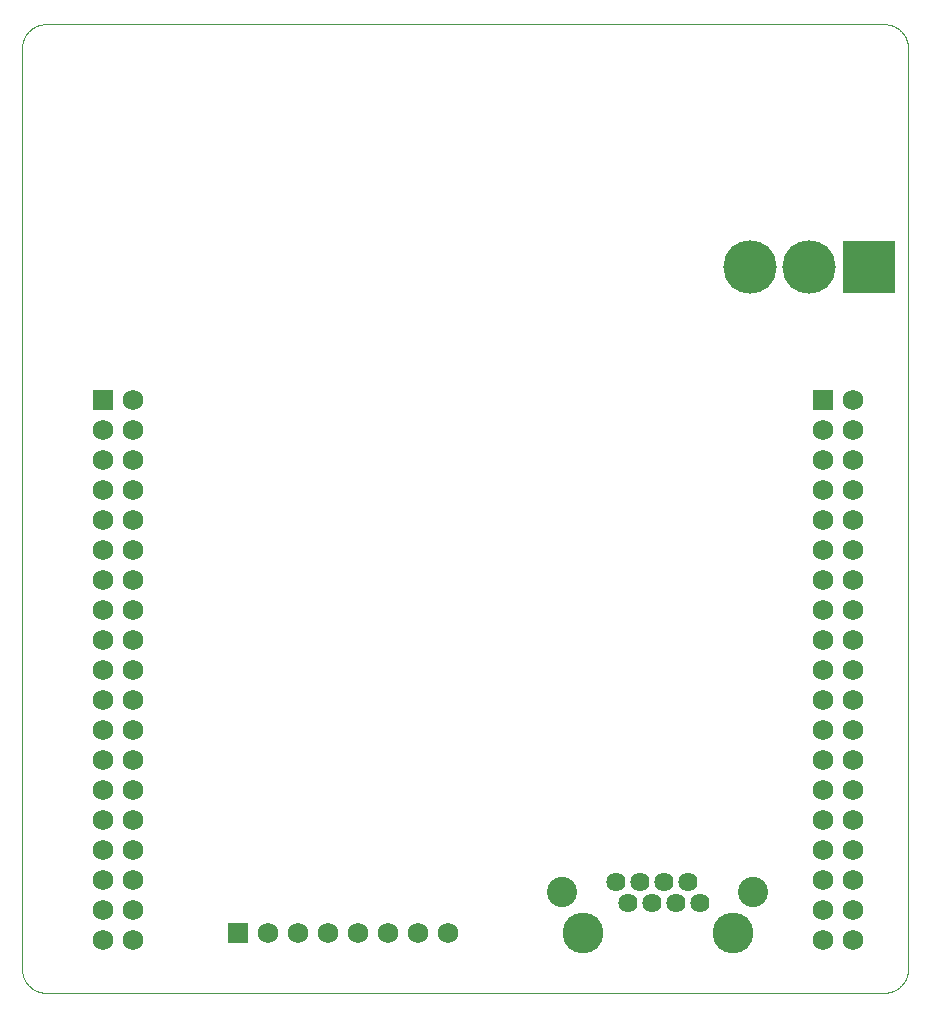
<source format=gts>
G04 EAGLE Gerber RS-274X export*
G75*
%MOMM*%
%FSLAX34Y34*%
%LPD*%
%INSolder Mask top*%
%IPPOS*%
%AMOC8*
5,1,8,0,0,1.08239X$1,22.5*%
G01*
%ADD10C,0.000000*%
%ADD11C,1.733200*%
%ADD12R,1.733200X1.733200*%
%ADD13C,3.454400*%
%ADD14C,1.625600*%
%ADD15C,2.565400*%
%ADD16R,4.519200X4.519200*%
%ADD17C,4.519200*%


D10*
X-30000Y800000D02*
X-30000Y20000D01*
X-29994Y19517D01*
X-29977Y19034D01*
X-29947Y18551D01*
X-29907Y18070D01*
X-29854Y17589D01*
X-29790Y17110D01*
X-29715Y16633D01*
X-29627Y16157D01*
X-29529Y15684D01*
X-29419Y15214D01*
X-29298Y14746D01*
X-29165Y14281D01*
X-29021Y13820D01*
X-28866Y13362D01*
X-28700Y12908D01*
X-28523Y12458D01*
X-28336Y12013D01*
X-28137Y11572D01*
X-27929Y11136D01*
X-27709Y10706D01*
X-27479Y10280D01*
X-27239Y9861D01*
X-26989Y9447D01*
X-26729Y9040D01*
X-26460Y8639D01*
X-26180Y8244D01*
X-25892Y7857D01*
X-25593Y7476D01*
X-25286Y7103D01*
X-24970Y6738D01*
X-24645Y6380D01*
X-24312Y6030D01*
X-23970Y5688D01*
X-23620Y5355D01*
X-23262Y5030D01*
X-22897Y4714D01*
X-22524Y4407D01*
X-22143Y4108D01*
X-21756Y3820D01*
X-21361Y3540D01*
X-20960Y3271D01*
X-20553Y3011D01*
X-20139Y2761D01*
X-19720Y2521D01*
X-19294Y2291D01*
X-18864Y2071D01*
X-18428Y1863D01*
X-17987Y1664D01*
X-17542Y1477D01*
X-17092Y1300D01*
X-16638Y1134D01*
X-16180Y979D01*
X-15719Y835D01*
X-15254Y702D01*
X-14786Y581D01*
X-14316Y471D01*
X-13843Y373D01*
X-13367Y285D01*
X-12890Y210D01*
X-12411Y146D01*
X-11930Y93D01*
X-11449Y53D01*
X-10966Y23D01*
X-10483Y6D01*
X-10000Y0D01*
X700000Y0D01*
X700483Y6D01*
X700966Y23D01*
X701449Y53D01*
X701930Y93D01*
X702411Y146D01*
X702890Y210D01*
X703367Y285D01*
X703843Y373D01*
X704316Y471D01*
X704786Y581D01*
X705254Y702D01*
X705719Y835D01*
X706180Y979D01*
X706638Y1134D01*
X707092Y1300D01*
X707542Y1477D01*
X707987Y1664D01*
X708428Y1863D01*
X708864Y2071D01*
X709294Y2291D01*
X709720Y2521D01*
X710139Y2761D01*
X710553Y3011D01*
X710960Y3271D01*
X711361Y3540D01*
X711756Y3820D01*
X712143Y4108D01*
X712524Y4407D01*
X712897Y4714D01*
X713262Y5030D01*
X713620Y5355D01*
X713970Y5688D01*
X714312Y6030D01*
X714645Y6380D01*
X714970Y6738D01*
X715286Y7103D01*
X715593Y7476D01*
X715892Y7857D01*
X716180Y8244D01*
X716460Y8639D01*
X716729Y9040D01*
X716989Y9447D01*
X717239Y9861D01*
X717479Y10280D01*
X717709Y10706D01*
X717929Y11136D01*
X718137Y11572D01*
X718336Y12013D01*
X718523Y12458D01*
X718700Y12908D01*
X718866Y13362D01*
X719021Y13820D01*
X719165Y14281D01*
X719298Y14746D01*
X719419Y15214D01*
X719529Y15684D01*
X719627Y16157D01*
X719715Y16633D01*
X719790Y17110D01*
X719854Y17589D01*
X719907Y18070D01*
X719947Y18551D01*
X719977Y19034D01*
X719994Y19517D01*
X720000Y20000D01*
X720000Y800000D01*
X719994Y800483D01*
X719977Y800966D01*
X719947Y801449D01*
X719907Y801930D01*
X719854Y802411D01*
X719790Y802890D01*
X719715Y803367D01*
X719627Y803843D01*
X719529Y804316D01*
X719419Y804786D01*
X719298Y805254D01*
X719165Y805719D01*
X719021Y806180D01*
X718866Y806638D01*
X718700Y807092D01*
X718523Y807542D01*
X718336Y807987D01*
X718137Y808428D01*
X717929Y808864D01*
X717709Y809294D01*
X717479Y809720D01*
X717239Y810139D01*
X716989Y810553D01*
X716729Y810960D01*
X716460Y811361D01*
X716180Y811756D01*
X715892Y812143D01*
X715593Y812524D01*
X715286Y812897D01*
X714970Y813262D01*
X714645Y813620D01*
X714312Y813970D01*
X713970Y814312D01*
X713620Y814645D01*
X713262Y814970D01*
X712897Y815286D01*
X712524Y815593D01*
X712143Y815892D01*
X711756Y816180D01*
X711361Y816460D01*
X710960Y816729D01*
X710553Y816989D01*
X710139Y817239D01*
X709720Y817479D01*
X709294Y817709D01*
X708864Y817929D01*
X708428Y818137D01*
X707987Y818336D01*
X707542Y818523D01*
X707092Y818700D01*
X706638Y818866D01*
X706180Y819021D01*
X705719Y819165D01*
X705254Y819298D01*
X704786Y819419D01*
X704316Y819529D01*
X703843Y819627D01*
X703367Y819715D01*
X702890Y819790D01*
X702411Y819854D01*
X701930Y819907D01*
X701449Y819947D01*
X700966Y819977D01*
X700483Y819994D01*
X700000Y820000D01*
X-10000Y820000D01*
X-10483Y819994D01*
X-10966Y819977D01*
X-11449Y819947D01*
X-11930Y819907D01*
X-12411Y819854D01*
X-12890Y819790D01*
X-13367Y819715D01*
X-13843Y819627D01*
X-14316Y819529D01*
X-14786Y819419D01*
X-15254Y819298D01*
X-15719Y819165D01*
X-16180Y819021D01*
X-16638Y818866D01*
X-17092Y818700D01*
X-17542Y818523D01*
X-17987Y818336D01*
X-18428Y818137D01*
X-18864Y817929D01*
X-19294Y817709D01*
X-19720Y817479D01*
X-20139Y817239D01*
X-20553Y816989D01*
X-20960Y816729D01*
X-21361Y816460D01*
X-21756Y816180D01*
X-22143Y815892D01*
X-22524Y815593D01*
X-22897Y815286D01*
X-23262Y814970D01*
X-23620Y814645D01*
X-23970Y814312D01*
X-24312Y813970D01*
X-24645Y813620D01*
X-24970Y813262D01*
X-25286Y812897D01*
X-25593Y812524D01*
X-25892Y812143D01*
X-26180Y811756D01*
X-26460Y811361D01*
X-26729Y810960D01*
X-26989Y810553D01*
X-27239Y810139D01*
X-27479Y809720D01*
X-27709Y809294D01*
X-27929Y808864D01*
X-28137Y808428D01*
X-28336Y807987D01*
X-28523Y807542D01*
X-28700Y807092D01*
X-28866Y806638D01*
X-29021Y806180D01*
X-29165Y805719D01*
X-29298Y805254D01*
X-29419Y804786D01*
X-29529Y804316D01*
X-29627Y803843D01*
X-29715Y803367D01*
X-29790Y802890D01*
X-29854Y802411D01*
X-29907Y801930D01*
X-29947Y801449D01*
X-29977Y800966D01*
X-29994Y800483D01*
X-30000Y800000D01*
D11*
X203200Y50800D03*
X228600Y50800D03*
X254000Y50800D03*
X279400Y50800D03*
X177800Y50800D03*
D12*
X152400Y50800D03*
D11*
X304800Y50800D03*
X330200Y50800D03*
D12*
X38100Y501500D03*
D11*
X38100Y44300D03*
X63500Y501500D03*
X38100Y476100D03*
X63500Y476100D03*
X38100Y450700D03*
X63500Y450700D03*
X38100Y425300D03*
X63500Y425300D03*
X38100Y399900D03*
X63500Y399900D03*
X38100Y374500D03*
X63500Y374500D03*
X38100Y349100D03*
X63500Y349100D03*
X38100Y323700D03*
X63500Y323700D03*
X38100Y298300D03*
X63500Y298300D03*
X38100Y272900D03*
X63500Y272900D03*
X38100Y247500D03*
X63500Y247500D03*
X38100Y222100D03*
X63500Y222100D03*
X38100Y196700D03*
X63500Y196700D03*
X38100Y171300D03*
X63500Y171300D03*
X38100Y145900D03*
X63500Y145900D03*
X38100Y120500D03*
X63500Y120500D03*
X38100Y95100D03*
X63500Y95100D03*
X38100Y69700D03*
X63500Y69700D03*
X63500Y44300D03*
D12*
X647700Y501500D03*
D11*
X647700Y44300D03*
X673100Y501500D03*
X647700Y476100D03*
X673100Y476100D03*
X647700Y450700D03*
X673100Y450700D03*
X647700Y425300D03*
X673100Y425300D03*
X647700Y399900D03*
X673100Y399900D03*
X647700Y374500D03*
X673100Y374500D03*
X647700Y349100D03*
X673100Y349100D03*
X647700Y323700D03*
X673100Y323700D03*
X647700Y298300D03*
X673100Y298300D03*
X647700Y272900D03*
X673100Y272900D03*
X647700Y247500D03*
X673100Y247500D03*
X647700Y222100D03*
X673100Y222100D03*
X647700Y196700D03*
X673100Y196700D03*
X647700Y171300D03*
X673100Y171300D03*
X647700Y145900D03*
X673100Y145900D03*
X647700Y120500D03*
X673100Y120500D03*
X647700Y95100D03*
X673100Y95100D03*
X647700Y69700D03*
X673100Y69700D03*
X673100Y44300D03*
D10*
X555244Y50800D02*
X555249Y51199D01*
X555264Y51598D01*
X555288Y51996D01*
X555322Y52393D01*
X555366Y52790D01*
X555420Y53185D01*
X555483Y53579D01*
X555556Y53971D01*
X555639Y54362D01*
X555731Y54750D01*
X555833Y55136D01*
X555944Y55519D01*
X556064Y55899D01*
X556194Y56276D01*
X556333Y56650D01*
X556481Y57021D01*
X556639Y57388D01*
X556805Y57750D01*
X556980Y58109D01*
X557163Y58463D01*
X557356Y58813D01*
X557557Y59157D01*
X557766Y59497D01*
X557984Y59831D01*
X558209Y60160D01*
X558443Y60484D01*
X558685Y60801D01*
X558934Y61113D01*
X559191Y61418D01*
X559455Y61717D01*
X559727Y62009D01*
X560005Y62295D01*
X560291Y62573D01*
X560583Y62845D01*
X560882Y63109D01*
X561187Y63366D01*
X561499Y63615D01*
X561816Y63857D01*
X562140Y64091D01*
X562469Y64316D01*
X562803Y64534D01*
X563143Y64743D01*
X563487Y64944D01*
X563837Y65137D01*
X564191Y65320D01*
X564550Y65495D01*
X564912Y65661D01*
X565279Y65819D01*
X565650Y65967D01*
X566024Y66106D01*
X566401Y66236D01*
X566781Y66356D01*
X567164Y66467D01*
X567550Y66569D01*
X567938Y66661D01*
X568329Y66744D01*
X568721Y66817D01*
X569115Y66880D01*
X569510Y66934D01*
X569907Y66978D01*
X570304Y67012D01*
X570702Y67036D01*
X571101Y67051D01*
X571500Y67056D01*
X571899Y67051D01*
X572298Y67036D01*
X572696Y67012D01*
X573093Y66978D01*
X573490Y66934D01*
X573885Y66880D01*
X574279Y66817D01*
X574671Y66744D01*
X575062Y66661D01*
X575450Y66569D01*
X575836Y66467D01*
X576219Y66356D01*
X576599Y66236D01*
X576976Y66106D01*
X577350Y65967D01*
X577721Y65819D01*
X578088Y65661D01*
X578450Y65495D01*
X578809Y65320D01*
X579163Y65137D01*
X579513Y64944D01*
X579857Y64743D01*
X580197Y64534D01*
X580531Y64316D01*
X580860Y64091D01*
X581184Y63857D01*
X581501Y63615D01*
X581813Y63366D01*
X582118Y63109D01*
X582417Y62845D01*
X582709Y62573D01*
X582995Y62295D01*
X583273Y62009D01*
X583545Y61717D01*
X583809Y61418D01*
X584066Y61113D01*
X584315Y60801D01*
X584557Y60484D01*
X584791Y60160D01*
X585016Y59831D01*
X585234Y59497D01*
X585443Y59157D01*
X585644Y58813D01*
X585837Y58463D01*
X586020Y58109D01*
X586195Y57750D01*
X586361Y57388D01*
X586519Y57021D01*
X586667Y56650D01*
X586806Y56276D01*
X586936Y55899D01*
X587056Y55519D01*
X587167Y55136D01*
X587269Y54750D01*
X587361Y54362D01*
X587444Y53971D01*
X587517Y53579D01*
X587580Y53185D01*
X587634Y52790D01*
X587678Y52393D01*
X587712Y51996D01*
X587736Y51598D01*
X587751Y51199D01*
X587756Y50800D01*
X587751Y50401D01*
X587736Y50002D01*
X587712Y49604D01*
X587678Y49207D01*
X587634Y48810D01*
X587580Y48415D01*
X587517Y48021D01*
X587444Y47629D01*
X587361Y47238D01*
X587269Y46850D01*
X587167Y46464D01*
X587056Y46081D01*
X586936Y45701D01*
X586806Y45324D01*
X586667Y44950D01*
X586519Y44579D01*
X586361Y44212D01*
X586195Y43850D01*
X586020Y43491D01*
X585837Y43137D01*
X585644Y42787D01*
X585443Y42443D01*
X585234Y42103D01*
X585016Y41769D01*
X584791Y41440D01*
X584557Y41116D01*
X584315Y40799D01*
X584066Y40487D01*
X583809Y40182D01*
X583545Y39883D01*
X583273Y39591D01*
X582995Y39305D01*
X582709Y39027D01*
X582417Y38755D01*
X582118Y38491D01*
X581813Y38234D01*
X581501Y37985D01*
X581184Y37743D01*
X580860Y37509D01*
X580531Y37284D01*
X580197Y37066D01*
X579857Y36857D01*
X579513Y36656D01*
X579163Y36463D01*
X578809Y36280D01*
X578450Y36105D01*
X578088Y35939D01*
X577721Y35781D01*
X577350Y35633D01*
X576976Y35494D01*
X576599Y35364D01*
X576219Y35244D01*
X575836Y35133D01*
X575450Y35031D01*
X575062Y34939D01*
X574671Y34856D01*
X574279Y34783D01*
X573885Y34720D01*
X573490Y34666D01*
X573093Y34622D01*
X572696Y34588D01*
X572298Y34564D01*
X571899Y34549D01*
X571500Y34544D01*
X571101Y34549D01*
X570702Y34564D01*
X570304Y34588D01*
X569907Y34622D01*
X569510Y34666D01*
X569115Y34720D01*
X568721Y34783D01*
X568329Y34856D01*
X567938Y34939D01*
X567550Y35031D01*
X567164Y35133D01*
X566781Y35244D01*
X566401Y35364D01*
X566024Y35494D01*
X565650Y35633D01*
X565279Y35781D01*
X564912Y35939D01*
X564550Y36105D01*
X564191Y36280D01*
X563837Y36463D01*
X563487Y36656D01*
X563143Y36857D01*
X562803Y37066D01*
X562469Y37284D01*
X562140Y37509D01*
X561816Y37743D01*
X561499Y37985D01*
X561187Y38234D01*
X560882Y38491D01*
X560583Y38755D01*
X560291Y39027D01*
X560005Y39305D01*
X559727Y39591D01*
X559455Y39883D01*
X559191Y40182D01*
X558934Y40487D01*
X558685Y40799D01*
X558443Y41116D01*
X558209Y41440D01*
X557984Y41769D01*
X557766Y42103D01*
X557557Y42443D01*
X557356Y42787D01*
X557163Y43137D01*
X556980Y43491D01*
X556805Y43850D01*
X556639Y44212D01*
X556481Y44579D01*
X556333Y44950D01*
X556194Y45324D01*
X556064Y45701D01*
X555944Y46081D01*
X555833Y46464D01*
X555731Y46850D01*
X555639Y47238D01*
X555556Y47629D01*
X555483Y48021D01*
X555420Y48415D01*
X555366Y48810D01*
X555322Y49207D01*
X555288Y49604D01*
X555264Y50002D01*
X555249Y50401D01*
X555244Y50800D01*
D13*
X571500Y50800D03*
D10*
X428244Y50800D02*
X428249Y51199D01*
X428264Y51598D01*
X428288Y51996D01*
X428322Y52393D01*
X428366Y52790D01*
X428420Y53185D01*
X428483Y53579D01*
X428556Y53971D01*
X428639Y54362D01*
X428731Y54750D01*
X428833Y55136D01*
X428944Y55519D01*
X429064Y55899D01*
X429194Y56276D01*
X429333Y56650D01*
X429481Y57021D01*
X429639Y57388D01*
X429805Y57750D01*
X429980Y58109D01*
X430163Y58463D01*
X430356Y58813D01*
X430557Y59157D01*
X430766Y59497D01*
X430984Y59831D01*
X431209Y60160D01*
X431443Y60484D01*
X431685Y60801D01*
X431934Y61113D01*
X432191Y61418D01*
X432455Y61717D01*
X432727Y62009D01*
X433005Y62295D01*
X433291Y62573D01*
X433583Y62845D01*
X433882Y63109D01*
X434187Y63366D01*
X434499Y63615D01*
X434816Y63857D01*
X435140Y64091D01*
X435469Y64316D01*
X435803Y64534D01*
X436143Y64743D01*
X436487Y64944D01*
X436837Y65137D01*
X437191Y65320D01*
X437550Y65495D01*
X437912Y65661D01*
X438279Y65819D01*
X438650Y65967D01*
X439024Y66106D01*
X439401Y66236D01*
X439781Y66356D01*
X440164Y66467D01*
X440550Y66569D01*
X440938Y66661D01*
X441329Y66744D01*
X441721Y66817D01*
X442115Y66880D01*
X442510Y66934D01*
X442907Y66978D01*
X443304Y67012D01*
X443702Y67036D01*
X444101Y67051D01*
X444500Y67056D01*
X444899Y67051D01*
X445298Y67036D01*
X445696Y67012D01*
X446093Y66978D01*
X446490Y66934D01*
X446885Y66880D01*
X447279Y66817D01*
X447671Y66744D01*
X448062Y66661D01*
X448450Y66569D01*
X448836Y66467D01*
X449219Y66356D01*
X449599Y66236D01*
X449976Y66106D01*
X450350Y65967D01*
X450721Y65819D01*
X451088Y65661D01*
X451450Y65495D01*
X451809Y65320D01*
X452163Y65137D01*
X452513Y64944D01*
X452857Y64743D01*
X453197Y64534D01*
X453531Y64316D01*
X453860Y64091D01*
X454184Y63857D01*
X454501Y63615D01*
X454813Y63366D01*
X455118Y63109D01*
X455417Y62845D01*
X455709Y62573D01*
X455995Y62295D01*
X456273Y62009D01*
X456545Y61717D01*
X456809Y61418D01*
X457066Y61113D01*
X457315Y60801D01*
X457557Y60484D01*
X457791Y60160D01*
X458016Y59831D01*
X458234Y59497D01*
X458443Y59157D01*
X458644Y58813D01*
X458837Y58463D01*
X459020Y58109D01*
X459195Y57750D01*
X459361Y57388D01*
X459519Y57021D01*
X459667Y56650D01*
X459806Y56276D01*
X459936Y55899D01*
X460056Y55519D01*
X460167Y55136D01*
X460269Y54750D01*
X460361Y54362D01*
X460444Y53971D01*
X460517Y53579D01*
X460580Y53185D01*
X460634Y52790D01*
X460678Y52393D01*
X460712Y51996D01*
X460736Y51598D01*
X460751Y51199D01*
X460756Y50800D01*
X460751Y50401D01*
X460736Y50002D01*
X460712Y49604D01*
X460678Y49207D01*
X460634Y48810D01*
X460580Y48415D01*
X460517Y48021D01*
X460444Y47629D01*
X460361Y47238D01*
X460269Y46850D01*
X460167Y46464D01*
X460056Y46081D01*
X459936Y45701D01*
X459806Y45324D01*
X459667Y44950D01*
X459519Y44579D01*
X459361Y44212D01*
X459195Y43850D01*
X459020Y43491D01*
X458837Y43137D01*
X458644Y42787D01*
X458443Y42443D01*
X458234Y42103D01*
X458016Y41769D01*
X457791Y41440D01*
X457557Y41116D01*
X457315Y40799D01*
X457066Y40487D01*
X456809Y40182D01*
X456545Y39883D01*
X456273Y39591D01*
X455995Y39305D01*
X455709Y39027D01*
X455417Y38755D01*
X455118Y38491D01*
X454813Y38234D01*
X454501Y37985D01*
X454184Y37743D01*
X453860Y37509D01*
X453531Y37284D01*
X453197Y37066D01*
X452857Y36857D01*
X452513Y36656D01*
X452163Y36463D01*
X451809Y36280D01*
X451450Y36105D01*
X451088Y35939D01*
X450721Y35781D01*
X450350Y35633D01*
X449976Y35494D01*
X449599Y35364D01*
X449219Y35244D01*
X448836Y35133D01*
X448450Y35031D01*
X448062Y34939D01*
X447671Y34856D01*
X447279Y34783D01*
X446885Y34720D01*
X446490Y34666D01*
X446093Y34622D01*
X445696Y34588D01*
X445298Y34564D01*
X444899Y34549D01*
X444500Y34544D01*
X444101Y34549D01*
X443702Y34564D01*
X443304Y34588D01*
X442907Y34622D01*
X442510Y34666D01*
X442115Y34720D01*
X441721Y34783D01*
X441329Y34856D01*
X440938Y34939D01*
X440550Y35031D01*
X440164Y35133D01*
X439781Y35244D01*
X439401Y35364D01*
X439024Y35494D01*
X438650Y35633D01*
X438279Y35781D01*
X437912Y35939D01*
X437550Y36105D01*
X437191Y36280D01*
X436837Y36463D01*
X436487Y36656D01*
X436143Y36857D01*
X435803Y37066D01*
X435469Y37284D01*
X435140Y37509D01*
X434816Y37743D01*
X434499Y37985D01*
X434187Y38234D01*
X433882Y38491D01*
X433583Y38755D01*
X433291Y39027D01*
X433005Y39305D01*
X432727Y39591D01*
X432455Y39883D01*
X432191Y40182D01*
X431934Y40487D01*
X431685Y40799D01*
X431443Y41116D01*
X431209Y41440D01*
X430984Y41769D01*
X430766Y42103D01*
X430557Y42443D01*
X430356Y42787D01*
X430163Y43137D01*
X429980Y43491D01*
X429805Y43850D01*
X429639Y44212D01*
X429481Y44579D01*
X429333Y44950D01*
X429194Y45324D01*
X429064Y45701D01*
X428944Y46081D01*
X428833Y46464D01*
X428731Y46850D01*
X428639Y47238D01*
X428556Y47629D01*
X428483Y48021D01*
X428420Y48415D01*
X428366Y48810D01*
X428322Y49207D01*
X428288Y49604D01*
X428264Y50002D01*
X428249Y50401D01*
X428244Y50800D01*
D13*
X444500Y50800D03*
D14*
X543560Y76200D03*
X533400Y93980D03*
X523240Y76200D03*
X513080Y93980D03*
X502920Y76200D03*
X492760Y93980D03*
X482600Y76200D03*
X472440Y93980D03*
D15*
X426974Y85090D03*
X589026Y85090D03*
D16*
X686600Y614900D03*
D17*
X636600Y614900D03*
X586600Y614900D03*
M02*

</source>
